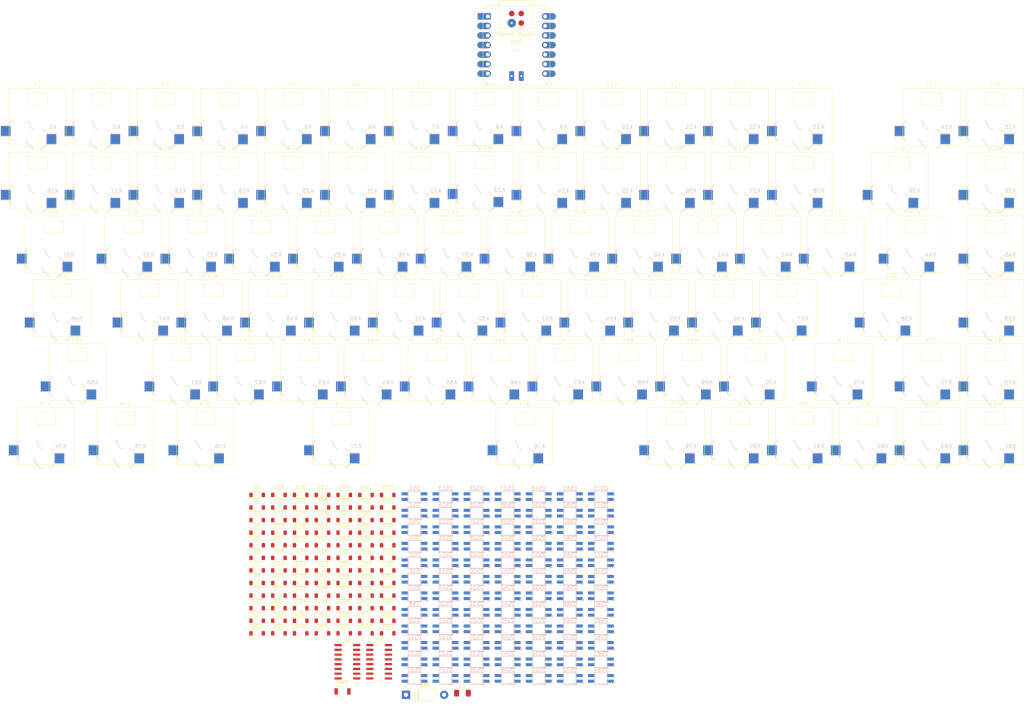
<source format=kicad_pcb>
(kicad_pcb (version 20240108) (generator "pcbnew") (generator_version "8.0")
  (layers (0 "F.Cu" signal) (31 "B.Cu" signal) (34 "B.Paste" user) (35 "F.Paste" user) (36 "B.SilkS" user "B.Silkscreen") (37 "F.SilkS" user "F.Silkscreen") (38 "B.Mask" user) (39 "F.Mask" user) (44 "Edge.Cuts" user))
  (net 0 "")
  (net 1 "row0")
  (net 2 "Net-(D1-A)")
  (net 3 "Net-(D2-A)")
  (net 4 "Net-(D3-A)")
  (net 5 "Net-(D4-A)")
  (net 6 "Net-(D5-A)")
  (net 7 "Net-(D6-A)")
  (net 8 "Net-(D7-A)")
  (net 9 "Net-(D8-A)")
  (net 10 "Net-(D9-A)")
  (net 11 "Net-(D10-A)")
  (net 12 "Net-(D11-A)")
  (net 13 "Net-(D12-A)")
  (net 14 "Net-(D13-A)")
  (net 15 "Net-(D14-A)")
  (net 16 "Net-(D15-A)")
  (net 17 "row1")
  (net 18 "Net-(D16-A)")
  (net 19 "Net-(D17-A)")
  (net 20 "Net-(D18-A)")
  (net 21 "Net-(D19-A)")
  (net 22 "Net-(D20-A)")
  (net 23 "Net-(D21-A)")
  (net 24 "Net-(D22-A)")
  (net 25 "Net-(D23-A)")
  (net 26 "Net-(D24-A)")
  (net 27 "Net-(D25-A)")
  (net 28 "Net-(D26-A)")
  (net 29 "Net-(D27-A)")
  (net 30 "Net-(D28-A)")
  (net 31 "Net-(D29-A)")
  (net 32 "Net-(D30-A)")
  (net 33 "Net-(D31-A)")
  (net 34 "row2")
  (net 35 "Net-(D32-A)")
  (net 36 "Net-(D33-A)")
  (net 37 "Net-(D34-A)")
  (net 38 "Net-(D35-A)")
  (net 39 "Net-(D36-A)")
  (net 40 "Net-(D37-A)")
  (net 41 "Net-(D38-A)")
  (net 42 "Net-(D39-A)")
  (net 43 "Net-(D40-A)")
  (net 44 "Net-(D41-A)")
  (net 45 "Net-(D42-A)")
  (net 46 "Net-(D43-A)")
  (net 47 "Net-(D44-A)")
  (net 48 "Net-(D45-A)")
  (net 49 "row3")
  (net 50 "Net-(D46-A)")
  (net 51 "Net-(D47-A)")
  (net 52 "Net-(D48-A)")
  (net 53 "Net-(D49-A)")
  (net 54 "Net-(D50-A)")
  (net 55 "Net-(D51-A)")
  (net 56 "Net-(D52-A)")
  (net 57 "Net-(D53-A)")
  (net 58 "Net-(D54-A)")
  (net 59 "Net-(D55-A)")
  (net 60 "Net-(D56-A)")
  (net 61 "Net-(D57-A)")
  (net 62 "Net-(D58-A)")
  (net 63 "Net-(D59-A)")
  (net 64 "row4")
  (net 65 "Net-(D60-A)")
  (net 66 "Net-(D61-A)")
  (net 67 "Net-(D62-A)")
  (net 68 "Net-(D63-A)")
  (net 69 "Net-(D64-A)")
  (net 70 "Net-(D65-A)")
  (net 71 "Net-(D66-A)")
  (net 72 "Net-(D67-A)")
  (net 73 "Net-(D68-A)")
  (net 74 "Net-(D69-A)")
  (net 75 "Net-(D70-A)")
  (net 76 "Net-(D71-A)")
  (net 77 "Net-(D72-A)")
  (net 78 "Net-(D73-A)")
  (net 79 "row5")
  (net 80 "Net-(D74-A)")
  (net 81 "Net-(D75-A)")
  (net 82 "Net-(D76-A)")
  (net 83 "Net-(D77-A)")
  (net 84 "Net-(D78-A)")
  (net 85 "Net-(D79-A)")
  (net 86 "Net-(D80-A)")
  (net 87 "Net-(D81-A)")
  (net 88 "Net-(D82-A)")
  (net 89 "Net-(D83-A)")
  (net 90 "Net-(D84-A)")
  (net 91 "col0")
  (net 92 "col1")
  (net 93 "col2")
  (net 94 "col3")
  (net 95 "col4")
  (net 96 "col5")
  (net 97 "col6")
  (net 98 "col7")
  (net 99 "col8")
  (net 100 "col9")
  (net 101 "col10")
  (net 102 "col11")
  (net 103 "col12")
  (net 104 "col13")
  (net 105 "col14")
  (net 106 "GND")
  (net 107 "RST")
  (net 108 "Net-(U1-D7)")
  (net 109 "Vcc")
  (net 111 "Net-(U1-SDO_D10)")
  (net 112 "+5V")
  (net 113 "Net-(D85-K)")
  (net 115 "Net-(U1-SCK_D8)")
  (net 118 "Net-(U2-QH')")
  (net 121 "glow0")
  (net 122 "Net-(DS1-DOUT)")
  (net 123 "Net-(DS2-DOUT)")
  (net 124 "Net-(DS3-DOUT)")
  (net 125 "Net-(DS4-DOUT)")
  (net 126 "Net-(DS5-DOUT)")
  (net 127 "Net-(DS6-DOUT)")
  (net 128 "Net-(DS7-DOUT)")
  (net 129 "Net-(DS8-DOUT)")
  (net 130 "Net-(DS10-DIN)")
  (net 131 "Net-(DS10-DOUT)")
  (net 132 "Net-(DS11-DOUT)")
  (net 133 "Net-(DS12-DOUT)")
  (net 134 "Net-(DS13-DOUT)")
  (net 135 "Net-(DS14-DOUT)")
  (net 136 "strip0")
  (net 137 "Net-(DS16-DOUT)")
  (net 138 "Net-(DS17-DOUT)")
  (net 139 "Net-(DS18-DOUT)")
  (net 140 "Net-(DS19-DOUT)")
  (net 141 "Net-(DS20-DOUT)")
  (net 142 "Net-(DS21-DOUT)")
  (net 143 "Net-(DS22-DOUT)")
  (net 144 "Net-(DS23-DOUT)")
  (net 145 "Net-(DS24-DOUT)")
  (net 146 "Net-(DS25-DOUT)")
  (net 147 "Net-(DS26-DOUT)")
  (net 148 "Net-(DS27-DOUT)")
  (net 149 "Net-(DS28-DOUT)")
  (net 150 "Net-(DS29-DOUT)")
  (net 151 "strip1")
  (net 152 "Net-(DS31-DOUT)")
  (net 153 "Net-(DS32-DOUT)")
  (net 154 "Net-(DS33-DOUT)")
  (net 155 "Net-(DS34-DOUT)")
  (net 156 "Net-(DS35-DOUT)")
  (net 157 "Net-(DS36-DOUT)")
  (net 158 "Net-(DS37-DOUT)")
  (net 159 "Net-(DS38-DOUT)")
  (net 160 "Net-(DS39-DOUT)")
  (net 161 "Net-(DS40-DOUT)")
  (net 162 "Net-(DS41-DOUT)")
  (net 163 "Net-(DS42-DOUT)")
  (net 164 "Net-(DS43-DOUT)")
  (net 165 "Net-(DS44-DOUT)")
  (net 166 "strip2")
  (net 167 "Net-(DS46-DOUT)")
  (net 168 "Net-(DS47-DOUT)")
  (net 169 "Net-(DS48-DOUT)")
  (net 170 "Net-(DS49-DOUT)")
  (net 171 "Net-(DS50-DOUT)")
  (net 172 "Net-(DS51-DOUT)")
  (net 173 "Net-(DS52-DOUT)")
  (net 174 "Net-(DS53-DOUT)")
  (net 175 "Net-(DS54-DOUT)")
  (net 176 "Net-(DS55-DOUT)")
  (net 177 "Net-(DS56-DOUT)")
  (net 178 "Net-(DS57-DOUT)")
  (net 179 "Net-(DS58-DOUT)")
  (net 180 "strip3")
  (net 181 "Net-(DS60-DOUT)")
  (net 182 "Net-(DS61-DOUT)")
  (net 183 "Net-(DS62-DOUT)")
  (net 184 "Net-(DS63-DOUT)")
  (net 185 "Net-(DS64-DOUT)")
  (net 186 "Net-(DS65-DOUT)")
  (net 187 "Net-(DS66-DOUT)")
  (net 188 "Net-(DS67-DOUT)")
  (net 189 "Net-(DS68-DOUT)")
  (net 190 "Net-(DS69-DOUT)")
  (net 191 "Net-(DS70-DOUT)")
  (net 192 "Net-(DS71-DOUT)")
  (net 193 "Net-(DS72-DOUT)")
  (net 194 "strip4")
  (net 195 "Net-(DS74-DOUT)")
  (net 196 "Net-(DS75-DOUT)")
  (net 197 "Net-(DS76-DOUT)")
  (net 198 "Net-(DS77-DOUT)")
  (net 199 "Net-(DS78-DOUT)")
  (net 200 "Net-(DS79-DOUT)")
  (net 201 "Net-(DS80-DOUT)")
  (net 202 "Net-(DS81-DOUT)")
  (net 203 "Net-(DS82-DOUT)")
  (net 204 "Net-(DS83-DOUT)")
  (footprint "keyboard_parts:LED_RGB_SK6812Mini-E" (layer "F.Cu") (at 146.405 192.03)
    (property "Reference" "DS48")
    (property "Value" "SK6812-E")
    (fp_rect (start -1.6 -1.4) (end 1.6 1.4) (stroke (width 0.1)) (fill none) (layer "Edge.Cuts"))
  )
  (footprint "keyboard_parts:LED_RGB_SK6812Mini-E" (layer "F.Cu") (at 154.68 156.83)
    (property "Reference" "DS52")
    (property "Value" "SK6812-E")
    (fp_rect (start -1.6 -1.4) (end 1.6 1.4) (stroke (width 0.1)) (fill none) (layer "Edge.Cuts"))
  )
  (footprint "keyboard_parts:LED_RGB_SK6812Mini-E" (layer "F.Cu") (at 154.68 152.43)
    (property "Reference" "DS51")
    (property "Value" "SK6812-E")
    (fp_rect (start -1.6 -1.4) (end 1.6 1.4) (stroke (width 0.1)) (fill none) (layer "Edge.Cuts"))
  )
  (footprint "keyboard_parts:Socket_PG1350_Hotswap" (layer "F.Cu") (at 225.25 42.5)
    (property "Reference" "K13")
    (property "Value" "PG1350")
  )
  (footprint "keyboard_parts:LED_RGB_SK6812Mini-E" (layer "F.Cu") (at 171.23 161.23)
    (property "Reference" "DS77")
    (property "Value" "SK6812-E")
    (fp_rect (start -1.6 -1.4) (end 1.6 1.4) (stroke (width 0.1)) (fill none) (layer "Edge.Cuts"))
  )
  (footprint "Diode_SMD:D_SOD-123" (layer "F.Cu") (at 85.495 153.23)
    (property "Reference" "D16")
    (property "Value" "D")
  )
  (footprint "keyboard_parts:LED_RGB_SK6812Mini-E" (layer "F.Cu") (at 162.955 165.63)
    (property "Reference" "DS66")
    (property "Value" "SK6812-E")
    (fp_rect (start -1.6 -1.4) (end 1.6 1.4) (stroke (width 0.1)) (fill none) (layer "Edge.Cuts"))
  )
  (footprint "keyboard_parts:Socket_PG1350_Hotswap" (layer "F.Cu") (at 89.25 42.5)
    (property "Reference" "K5")
    (property "Value" "PG1350")
  )
  (footprint "keyboard_parts:LED_RGB_SK6812Mini-E" (layer "F.Cu") (at 162.955 148.03)
    (property "Reference" "DS62")
    (property "Value" "SK6812-E")
    (fp_rect (start -1.6 -1.4) (end 1.6 1.4) (stroke (width 0.1)) (fill none) (layer "Edge.Cuts"))
  )
  (footprint "keyboard_parts:Socket_PG1350_Hotswap" (layer "F.Cu") (at 174.25 42.5)
    (property "Reference" "K10")
    (property "Value" "PG1350")
  )
  (footprint "keyboard_parts:Socket_PG1350_Hotswap" (layer "F.Cu") (at 59.5 110.5)
    (property "Reference" "K61")
    (property "Value" "PG1350")
  )
  (footprint "keyboard_parts:Socket_PG1350_Hotswap" (layer "F.Cu") (at 38.25 59.5)
    (property "Reference" "K17")
    (property "Value" "PG1350")
  )
  (footprint "keyboard_parts:Socket_PG1350_Hotswap" (layer "F.Cu") (at 27.625 93.5)
    (property "Reference" "K46")
    (property "Value" "PG1350")
  )
  (footprint "keyboard_parts:Socket_PG1350_Hotswap" (layer "F.Cu") (at 178.5 110.5)
    (property "Reference" "K68")
    (property "Value" "PG1350")
  )
  (footprint "Diode_SMD:D_SOD-123" (layer "F.Cu") (at 97.085 176.68)
    (property "Reference" "D47")
    (property "Value" "D")
  )
  (footprint "keyboard_parts:LED_RGB_SK6812Mini-E" (layer "F.Cu") (at 121.58 143.63)
    (property "Reference" "DS1")
    (property "Value" "SK6812-E")
    (fp_rect (start -1.6 -1.4) (end 1.6 1.4) (stroke (width 0.1)) (fill none) (layer "Edge.Cuts"))
  )
  (footprint "keyboard_parts:LED_RGB_SK6812Mini-E" (layer "F.Cu") (at 171.23 178.83)
    (property "Reference" "DS81")
    (property "Value" "SK6812-E")
    (fp_rect (start -1.6 -1.4) (end 1.6 1.4) (stroke (width 0.1)) (fill none) (layer "Edge.Cuts"))
  )
  (footprint "Diode_SMD:D_SOD-123" (layer "F.Cu") (at 85.495 180.03)
    (property "Reference" "D24")
    (property "Value" "D")
  )
  (footprint "keyboard_parts:Socket_PG1350_Hotswap" (layer "F.Cu") (at 157.25 42.5)
    (property "Reference" "K9")
    (property "Value" "PG1350")
  )
  (footprint "Diode_SMD:D_SOD-123" (layer "F.Cu") (at 79.7 173.33)
    (property "Reference" "D10")
    (property "Value" "D")
  )
  (footprint "keyboard_parts:LED_RGB_SK6812Mini-E" (layer "F.Cu") (at 171.23 156.83)
    (property "Reference" "DS76")
    (property "Value" "SK6812-E")
    (fp_rect (start -1.6 -1.4) (end 1.6 1.4) (stroke (width 0.1)) (fill none) (layer "Edge.Cuts"))
  )
  (footprint "keyboard_parts:Socket_PG1350_Hotswap" (layer "F.Cu") (at 157.25 59.5)
    (property "Reference" "K24")
    (property "Value" "PG1350")
  )
  (footprint "keyboard_parts:LED_RGB_SK6812Mini-E" (layer "F.Cu") (at 138.13 178.83)
    (property "Reference" "DS33")
    (property "Value" "SK6812-E")
    (fp_rect (start -1.6 -1.4) (end 1.6 1.4) (stroke (width 0.1)) (fill none) (layer "Edge.Cuts"))
  )
  (footprint "keyboard_parts:LED_RGB_SK6812Mini-E" (layer "F.Cu") (at 154.68 178.83)
    (property "Reference" "DS57")
    (property "Value" "SK6812-E")
    (fp_rect (start -1.6 -1.4) (end 1.6 1.4) (stroke (width 0.1)) (fill none) (layer "Edge.Cuts"))
  )
  (footprint "keyboard_parts:Socket_PG1350_Hotswap" (layer "F.Cu") (at 161.5 110.5)
    (property "Reference" "K67")
    (property "Value" "PG1350")
  )
  (footprint "keyboard_parts:Socket_PG1350_Hotswap" (layer "F.Cu") (at 195.5 110.5)
    (property "Reference" "K69")
    (property "Value" "PG1350")
  )
  (footprint "keyboard_parts:Socket_PG1350_Hotswap" (layer "F.Cu") (at 276.25 93.5)
    (property "Reference" "K59")
    (property "Value" "PG1350")
  )
  (footprint "Diode_SMD:D_SOD-123" (layer "F.Cu") (at 91.29 169.98)
    (property "Reference" "D33")
    (property "Value" "D")
  )
  (footprint "Diode_SMD:D_SOD-123" (layer "F.Cu") (at 91.29 153.23)
    (property "Reference" "D28")
    (property "Value" "D")
  )
  (footprint "Diode_SMD:D_SOD-123" (layer "F.Cu") (at 97.085 166.63)
    (property "Reference" "D44")
    (property "Value" "D")
  )
  (footprint "keyboard_parts:LED_RGB_SK6812Mini-E" (layer "F.Cu") (at 129.855 183.23)
    (property "Reference" "DS22")
    (property "Value" "SK6812-E")
    (fp_rect (start -1.6 -1.4) (end 1.6 1.4) (stroke (width 0.1)) (fill none) (layer "Edge.Cuts"))
  )
  (footprint "keyboard_parts:Socket_PG1350_Hotswap" (layer "F.Cu") (at 23.375 127.5)
    (property "Reference" "K74")
    (property "Value" "PG1350")
  )
  (footprint "Diode_SMD:D_SOD-123" (layer "F.Cu") (at 97.085 180.03)
    (property "Reference" "D48")
    (property "Value" "D")
  )
  (footprint "keyboard_parts:LED_RGB_SK6812Mini-E" (layer "F.Cu") (at 138.13 165.63)
    (property "Reference" "DS30")
    (property "Value" "SK6812-E")
    (fp_rect (start -1.6 -1.4) (end 1.6 1.4) (stroke (width 0.1)) (fill none) (layer "Edge.Cuts"))
  )
  (footprint "keyboard_parts:LED_RGB_SK6812Mini-E" (layer "F.Cu") (at 171.23 143.63)
    (property "Reference" "DS73")
    (property "Value" "SK6812-E")
    (fp_rect (start -1.6 -1.4) (end 1.6 1.4) (stroke (width 0.1)) (fill none) (layer "Edge.Cuts"))
  )
  (footprint "keyboard_parts:Socket_PG1350_Hotswap" (layer "F.Cu") (at 248.625 93.5)
    (property "Reference" "K58")
    (property "Value" "PG1350")
  )
  (footprint "Diode_SMD:D_SOD-123" (layer "F.Cu") (at 114.47 166.63)
    (property "Reference" "D80")
    (property "Value" "D")
  )
  (footprint "keyboard_parts:LED_RGB_SK6812Mini-E" (layer "F.Cu") (at 138.13 156.83)
    (property "Reference" "DS28")
    (property "Value" "SK6812-E")
    (fp_rect (start -1.6 -1.4) (end 1.6 1.4) (stroke (width 0.1)) (fill none) (layer "Edge.Cuts"))
  )
  (footprint "keyboard_parts:Socket_PG1350_Hotswap" (layer "F.Cu") (at 250.75 59.5)
    (property "Reference" "K29")
    (property "Value" "PG1350")
  )
  (footprint "keyboard_parts:Socket_PG1350_Hotswap" (layer "F.Cu") (at 106.25 42.5)
    (property "Reference" "K6")
    (property "Value" "PG1350")
  )
  (footprint "keyboard_parts:Socket_PG1350_Hotswap" (layer "F.Cu") (at 106.25 59.5)
    (property "Reference" "K21")
    (property "Value" "PG1350")
  )
  (footprint "keyboard_parts:Socket_PG1350_Hotswap" (layer "F.Cu") (at 102 93.5)
    (property "Reference" "K50")
    (property "Value" "PG1350")
  )
  (footprint "Diode_SMD:D_SOD-123" (layer "F.Cu") (at 102.88 153.23)
    (property "Reference" "D52")
    (property "Value" "D")
  )
  (footprint "keyboard_parts:Socket_PG1350_Hotswap" (layer "F.Cu") (at 233.75 76.5)
    (property "Reference" "K43")
    (property "Value" "PG1350")
  )
  (footprint "keyboard_parts:LED_RGB_SK6812Mini-E" (layer "F.Cu") (at 129.855 148.03)
    (property "Reference" "DS14")
    (property "Value" "SK6812-E")
    (fp_rect (start -1.6 -1.4) (end 1.6 1.4) (stroke (width 0.1)) (fill none) (layer "Edge.Cuts"))
  )
  (footprint "keyboard_parts:Socket_PG1350_Hotswap" (layer "F.Cu") (at 148.75 76.5)
    (property "Reference" "K38")
    (property "Value" "PG1350")
  )
  (footprint "keyboard_parts:LED_RGB_SK6812Mini-E" (layer "F.Cu") (at 121.58 187.63)
    (property "Reference" "DS11")
    (property "Value" "SK6812-E")
    (fp_rect (start -1.6 -1.4) (end 1.6 1.4) (stroke (width 0.1)) (fill none) (layer "Edge.Cuts"))
  )
  (footprint "keyboard_parts:Socket_PG1350_Hotswap" (layer "F.Cu") (at 110.5 110.5)
    (property "Reference" "K64")
    (property "Value" "PG1350")
  )
  (footprint "Diode_SMD:D_SOD-123" (layer "F.Cu") (at 79.7 166.63)
    (property "Reference" "D8")
    (property "Value" "D")
  )
  (footprint "keyboard_parts:Socket_PG1350_Hotswap" (layer "F.Cu") (at 114.75 76.5)
    (property "Reference" "K36")
    (property "Value" "PG1350")
  )
  (footprint "keyboard_parts:Socket_PG1350_Hotswap" (layer "F.Cu") (at 21.25 59.5)
    (property "Reference" "K16")
    (property "Value" "PG1350")
  )
  (footprint "keyboard_parts:LED_RGB_SK6812Mini-E" (layer "F.Cu") (at 129.855 192.03)
    (property "Reference" "DS24")
    (property "Value" "SK6812-E")
    (fp_rect (start -1.6 -1.4) (end 1.6 1.4) (stroke (width 0.1)) (fill none) (layer "Edge.Cuts"))
  )
  (footprint "Diode_SMD:D_SOD-123" (layer "F.Cu") (at 102.88 143.18)
    (property "Reference" "D49")
    (property "Value" "D")
  )
  (footprint "Diode_SMD:D_SOD-123" (layer "F.Cu") (at 108.675 159.93)
    (property "Reference" "D66")
    (property "Value" "D")
  )
  (footprint "Diode_SMD:D_SOD-123" (layer "F.Cu") (at 85.495 159.93)
    (property "Reference" "D18")
    (property "Value" "D")
  )
  (footprint "keyboard_parts:LED_RGB_SK6812Mini-E" (layer "F.Cu") (at 121.58 161.23)
    (property "Reference" "DS5")
    (property "Value" "SK6812-E")
    (fp_rect (start -1.6 -1.4) (end 1.6 1.4) (stroke (width 0.1)) (fill none) (layer "Edge.Cuts"))
  )
  (footprint "Diode_SMD:D_SOD-123" (layer "F.Cu") (at 102.88 176.68)
    (property "Reference" "D59")
    (property "Value" "D")
  )
  (footprint "keyboard_parts:LED_RGB_SK6812Mini-E" (layer "F.Cu") (at 129.855 165.63)
    (property "Reference" "DS18")
    (property "Value" "SK6812-E")
    (fp_rect (start -1.6 -1.4) (end 1.6 1.4) (stroke (width 0.1)) (fill none) (layer "Edge.Cuts"))
  )
  (footprint "keyboard_parts:Socket_PG1350_Hotswap" (layer "F.Cu") (at 123.25 59.5)
    (property "Reference" "K22")
    (property "Value" "PG1350")
  )
  (footprint "Diode_SMD:D_SOD-123" (layer "F.Cu") (at 108.675 169.98)
    (property "Reference" "D69")
    (property "Value" "D")
  )
  (footprint "keyboard_parts:Socket_PG1350_Hotswap" (layer "F.Cu") (at 187 93.5)
    (property "Reference" "K55")
    (property "Value" "PG1350")
  )
  (footprint "keyboard_parts:LED_RGB_SK6812Mini-E" (layer "F.Cu") (at 129.855 187.63)
    (property "Reference" "DS23")
    (property "Value" "SK6812-E")
    (fp_rect (start -1.6 -1.4) (end 1.6 1.4) (stroke (width 0.1)) (fill none) (layer "Edge.Cuts"))
  )
  (footprint "Diode_SMD:D_SOD-123" (layer "F.Cu") (at 102.88 169.98)
    (property "Reference" "D57")
    (property "Value" "D")
  )
  (footprint "keyboard_parts:LED_RGB_SK6812Mini-E" (layer "F.Cu") (at 162.955 178.83)
    (property "Reference" "DS69")
    (property "Value" "SK6812-E")
    (fp_rect (start -1.6 -1.4) (end 1.6 1.4) (stroke (width 0.1)) (fill none) (layer "Edge.Cuts"))
  )
  (footprint "keyboard_parts:Socket_PG1350_Hotswap" (layer "F.Cu") (at 46.75 76.5)
    (property "Reference" "K32")
    (property "Value" "PG1350")
  )
  (footprint "keyboard_parts:LED_RGB_SK6812Mini-E" (layer "F.Cu") (at 154.68 170.03)
    (property "Reference" "DS55")
    (property "Value" "SK6812-E")
    (fp_rect (start -1.6 -1.4) (end 1.6 1.4) (stroke (width 0.1)) (fill none) (layer "Edge.Cuts"))
  )
  (footprint "keyboard_parts:Socket_PG1350_Hotswap" (layer "F.Cu") (at 259.25 127.5)
    (property "Reference" "K83")
    (property "Value" "PG1350")
  )
  (footprint "Diode_SMD:D_SOD-123" (layer "F.Cu") (at 79.7 180.03)
    (property "Reference" "D12")
    (property "Value" "D")
  )
  (footprint "keyboard_parts:LED_RGB_SK6812Mini-E" (layer "F.Cu") (at 129.855 143.63)
    (property "Reference" "DS13")
    (property "Value" "SK6812-E")
    (fp_rect (start -1.6 -1.4) (end 1.6 1.4) (stroke (width 0.1)) (fill none) (layer "Edge.Cuts"))
  )
  (footprint "keyboard_parts:Socket_PG1350_Hotswap" (layer "F.Cu") (at 123.25 42.5)
    (property "Reference" "K7")
    (property "Value" "PG1350")
  )
  (footprint "Diode_SMD:D_SOD-123" (layer "F.Cu") (at 85.495 146.53)
    (property "Reference" "D14")
    (property "Value" "D")
  )
  (footprint "keyboard_parts:LED_RGB_SK6812Mini-E" (layer "F.Cu") (at 154.68 143.63)
    (property "Reference" "DS49")
    (property "Value" "SK6812-E")
    (fp_rect (start -1.6 -1.4) (end 1.6 1.4) (stroke (width 0.1)) (fill none) (layer "Edge.Cuts"))
  )
  (footprint "keyboard_parts:Socket_PG1350_Hotswap" (layer "F.Cu") (at 191.25 42.5)
    (property "Reference" "K11")
    (property "Value" "PG1350")
  )
  (footprint "keyboard_parts:LED_RGB_SK6812Mini-E" (layer "F.Cu") (at 146.405 170.03)
    (property "Reference" "DS43")
    (property "Value" "SK6812-E")
    (fp_rect (start -1.6 -1.4) (end 1.6 1.4) (stroke (width 0.1)) (fill none) (layer "Edge.Cuts"))
  )
  (footprint "keyboard_parts:LED_RGB_SK6812Mini-E" (layer "F.Cu") (at 138.13 174.43)
    (property "Reference" "DS32")
    (property "Value" "SK6812-E")
    (fp_rect (start -1.6 -1.4) (end 1.6 1.4) (stroke (width 0.1)) (fill none) (layer "Edge.Cuts"))
  )
  (footprint "keyboard_parts:Socket_PG1350_Hotswap" (layer "F.Cu") (at 235.875 110.5)
    (property "Reference" "K71")
    (property "Value" "PG1350")
  )
  (footprint "keyboard_parts:Socket_PG1350_Hotswap" (layer "F.Cu") (at 63.75 76.5)
    (property "Reference" "K33")
    (property "Value" "PG1350")
  )
  (footprint "keyboard_parts:LED_RGB_SK6812Mini-E" (layer "F.Cu") (at 146.405 148.03)
    (property "Reference" "DS38")
    (property "Value" "SK6812-E")
    (fp_rect (start -1.6 -1.4) (end 1.6 1.4) (stroke (width 0.1)) (fill none) (layer "Edge.Cuts"))
  )
  (footprint "Diode_SMD:D_SOD-123" (layer "F.Cu") (at 114.47 169.98)
    (property "Reference" "D81")
    (property "Value" "D")
  )
  (footprint "Diode_SMD:D_SOD-123" (layer "F.Cu") (at 91.29 163.28)
    (property "Reference" "D31")
    (property "Value" "D")
  )
  (footprint "keyboard_parts:LED_RGB_SK6812Mini-E" (layer "F.Cu") (at 171.23 174.43)
    (property "Reference" "DS80")
    (property "Value" "SK6812-E")
    (fp_rect (start -1.6 -1.4) (end 1.6 1.4) (stroke (width 0.1)) (fill none) (layer "Edge.Cuts"))
  )
  (footprint "keyboard_parts:LED_RGB_SK6812Mini-E" (layer "F.Cu") (at 162.955 170.03)
    (property "Reference" "DS67")
    (property "Value" "SK6812-E")
    (fp_rect (start -1.6 -1.4) (end 1.6 1.4) (stroke (width 0.1)) (fill none) (layer "Edge.Cuts"))
  )
  (footprint "keyboard_parts:LED_RGB_SK6812Mini-E" (layer "F.Cu") (at 138.13 183.23)
    (property "Reference" "DS34")
    (property "Value" "SK6812-E")
    (fp_rect (start -1.6 -1.4) (end 1.6 1.4) (stroke (width 0.1)) (fill none) (layer "Edge.Cuts"))
  )
  (footprint "keyboard_parts:LED_RGB_SK6812Mini-E" (layer "F.Cu") (at 162.955 156.83)
    (property "Reference" "DS64")
    (property "Value" "SK6812-E")
    (fp_rect (start -1.6 -1.4) (end 1.6 1.4) (stroke (width 0.1)) (fill none) (layer "Edge.Cuts"))
  )
  (footprint "keyboard_parts:Socket_PG1350_Hotswap" (layer "F.Cu") (at 191.25 59.5)
    (property "Reference" "K26")
    (property "Value" "PG1350")
  )
  (footprint "keyboard_parts:Socket_PG1350_Hotswap" (layer "F.Cu") (at 93.5 110.5)
    (property "Reference" "K63")
    (property "Value" "PG1350")
  )
  (footprint "Diode_SMD:D_SOD-123" (layer "F.Cu") (at 79.7 163.28)
    (property "Reference" "D7")
    (property "Value" "D")
  )
  (footprint "keyboard_parts:LED_RGB_SK6812Mini-E" (layer "F.Cu") (at 154.68 192.03)
    (property "Reference" "DS60")
    (property "Value" "SK6812-E")
    (fp_rect (start -1.6 -1.4) (end 1.6 1.4) (stroke (width 0.1)) (fill none) (layer "Edge.Cuts"))
  )
  (footprint "keyboard_parts:LED_RGB_SK6812Mini-E" (layer "F.Cu") (at 121.58 174.43)
    (property "Reference" "DS8")
    (property "Value" "SK6812-E")
    (fp_rect (start -1.6 -1.4) (end 1.6 1.4) (stroke (width 0.1)) (fill none) (layer "Edge.Cuts"))
  )
  (footprint "keyboard_parts:Socket_PG1350_Hotswap" (layer "F.Cu") (at 208.25 59.5)
    (property "Reference" "K27")
    (property "Value" "PG1350")
  )
  (footprint "Diode_SMD:D_SOD-123" (layer "F.Cu") (at 108.675 163.28)
    (property "Reference" "D67")
    (property "Value" "D")
  )
  (footprint "keyboard_parts:LED_RGB_SK6812Mini-E" (layer "F.Cu") (at 154.68 148.03)
    (property "Reference" "DS50")
    (property "Value" "SK6812-E")
    (fp_rect (start -1.6 -1.4) (end 1.6 1.4) (stroke (width 0.1)) (fill none) (layer "Edge.Cuts"))
  )
  (footprint "keyboard_parts:LED_RGB_SK6812Mini-E" (layer "F.Cu") (at 154.68 174.43)
    (property "Reference" "DS56")
    (property "Value" "SK6812-E")
    (fp_rect (start -1.6 -1.4) (end 1.6 1.4) (stroke (width 0.1)) (fill none) (layer "Edge.Cuts"))
  )
  (footprint "Diode_SMD:D_SOD-123" (layer "F.Cu") (at 114.47 173.33)
    (property "Reference" "D82")
    (property "Value" "D")
  )
  (footprint "Diode_SMD:D_SOD-123" (layer "F.Cu") (at 91.29 173.33)
    (property "Reference" "D34")
    (property "Value" "D")
  )
  (footprint "keyboard_parts:LED_RGB_SK6812Mini-E" (layer "F.Cu") (at 154.68 165.63)
    (property "Reference" "DS54")
    (property "Value" "SK6812-E")
    (fp_rect (start -1.6 -1.4) (end 1.6 1.4) (stroke (width 0.1)) (fill none) (layer "Edge.Cuts"))
  )
  (footprint "Diode_SMD:D_SOD-123" (layer "F.Cu") (at 79.7 156.58)
    (property "Reference" "D5")
    (property "Value" "D")
  )
  (footprint "keyboard_parts:LED_RGB_SK6812Mini-E" (layer "F.Cu") (at 154.68 161.23)
    (property "Reference" "DS53")
    (property "Value" "SK6812-E")
    (fp_rect (start -1.6 -1.4) (end 1.6 1.4) (stroke (width 0.1)) (fill none) (layer "Edge.Cuts"))
  )
  (footprint "Diode_SMD:D_SOD-123" (layer "F.Cu") (at 85.495 149.88)
    (property "Reference" "D15")
    (property "Value" "D")
  )
  (footprint "Diode_SMD:D_SOD-123" (layer "F.Cu") (at 102.88 163.28)
    (property "Reference" "D55")
    (property "Value" "D")
  )
  (footprint "Diode_SMD:D_SOD-123" (layer "F.Cu") (at 91.29 176.68)
    (property "Reference" "D35")
    (property "Value" "D")
  )
  (footprint "keyboard_parts:LED_RGB_SK6812Mini-E" (layer "F.Cu") (at 138.13 152.43)
    (property "Reference" "DS27")
    (property "Value" "SK6812-E")
    (fp_rect (start -1.6 -1.4) (end 1.6 1.4) (stroke (width 0.1)) (fill none) (layer "Edge.Cuts"))
  )
  (footprint "Diode_SMD:D_SOD-123" (layer "F.Cu") (at 108.675 176.68)
    (property "Reference" "D71")
    (property "Value" "D")
  )
  (footprint "keyboard_parts:LED_RGB_SK6812Mini-E" (layer "F.Cu") (at 138.13 187.63)
    (property "Reference" "DS35")
    (property "Value" "SK6812-E")
    (fp_rect (start -1.6 -1.4) (end 1.6 1.4) (stroke (width 0.1)) (fill none) (layer "Edge.Cuts"))
  )
  (footprint "Diode_SMD:D_SOD-123" (layer "F.Cu") (at 108.675 149.88)
    (property "Reference" "D63")
    (property "Value" "D")
  )
  (footprint "keyboard_parts:LED_RGB_SK6812Mini-E" (layer "F.Cu") (at 146.405 165.63)
    (property "Reference" "DS42")
    (property "Value" "SK6812-E")
    (fp_rect (start -1.6 -1.4) (end 1.6 1.4) (stroke (width 0.1)) (fill none) (layer "Edge.Cuts"))
  )
  (footprint "keyboard_parts:LED_RGB_SK6812Mini-E" (layer "F.Cu") (at 146.405 187.63)
    (property "Reference" "DS47")
    (property "Value" "SK6812-E")
    (fp_rect (start -1.6 -1.4) (end 1.6 1.4) (stroke (width 0.1)) (fill none) (layer "Edge.Cuts"))
  )
  (footprint "keyboard_parts:LED_RGB_SK6812Mini-E" (layer "F.Cu") (at 146.405 183.23)
    (property "Reference" "DS46")
    (property "Value" "SK6812-E")
    (fp_rect (start -1.6 -1.4) (end 1.6 1.4) (stroke (width 0.1)) (fill none) (layer "Edge.Cuts"))
  )
  (footprint "Diode_SMD:D_SOD-123" (layer "F.Cu") (at 108.675 166.63)
    (property "Reference" "D68")
    (property "Value" "D")
  )
  (footprint "keyboard_parts:Socket_PG1350_Hotswap" (layer "F.Cu") (at 259.25 42.5)
    (property "Reference" "K14")
    (property "Value" "PG1350")
  )
  (footprint "keyboard_parts:Socket_PG1350_Hotswap" (layer "F.Cu") (at 212.5 110.5)
    (property "Reference" "K70")
    (property "Value" "PG1350")
  )
  (footprint "keyboard_parts:Socket_PG1350_Hotswap" (layer "F.Cu") (at 140.25 42.5)
    (property "Reference" "K8")
    (property "Value" "PG1350")
  )
  (footprint "Diode_SMD:D_SOD-123" (layer "F.Cu") (at 114.47 156.58)
    (property "Reference" "D77")
    (property "Value" "D")
  )
  (footprint "keyboard_parts:LED_RGB_SK6812Mini-E" (layer "F.Cu") (at 171.23 170.03)
    (property "Reference" "DS79")
    (property "Value" "SK6812-E")
    (fp_rect (start -1.6 -1.4) (end 1.6 1.4) (stroke (width 0.1)) (fill none) (layer "Edge.Cuts"))
  )
  (footprint "keyboard_parts:Socket_PG1350_Hotswap" (layer "F.Cu") (at 136 93.5)
    (property "Reference" "K52")
    (property "Value" "PG1350")
  )
  (footprint "keyboard_parts:LED_RGB_SK6812Mini-E" (layer "F.Cu") (at 121.58 170.03)
    (property "Reference" "DS7")
    (property "Value" "SK6812-E")
    (fp_rect (start -1.6 -1.4) (end 1.6 1.4) (stroke (width 0.1)) (fill none) (layer "Edge.Cuts"))
  )
  (footprint "keyboard_parts:LED_RGB_SK6812Mini-E" (layer "F.Cu") (at 154.68 183.23)
    (property "Reference" "DS58")
    (property "Value" "SK6812-E")
    (fp_rect (start -1.6 -1.4) (end 1.6 1.4) (stroke (width 0.1)) (fill none) (layer "Edge.Cuts"))
  )
  (footprint "keyboard_parts:Socket_PG1350_Hotswap" (layer "F.Cu") (at 225.25 127.5)
    (property "Reference" "K81")
    (property "Value" "PG1350")
  )
  (footprint "keyboard_parts:LED_RGB_SK6812Mini-E" (layer "F.Cu") (at 129.855 161.23)
    (property "Reference" "DS17")
    (property "Value" "SK6812-E")
    (fp_rect (start -1.6 -1.4) (end 1.6 1.4) (stroke (width 0.1)) (fill none) (layer "Edge.Cuts"))
  )
  (footprint "keyboard_parts:Socket_PG1350_Hotswap" (layer "F.Cu") (at 21.25 42.5)
    (property "Reference" "K1")
    (property "Value" "PG1350")
  )
  (footprint "Diode_SMD:D_SOD-123" (layer "F.Cu") (at 102.88 156.58)
    (property "Reference" "D53")
    (property "Value" "D")
  )
  (footprint "keyboard_parts:LED_RGB_SK6812Mini-E" (layer "F.Cu") (at 171.23 165.63)
    (property "Reference" "DS78")
    (property "Value" "SK6812-E")
    (fp_rect (start -1.6 -1.4) (end 1.6 1.4) (stroke (width 0.1)) (fill none) (layer "Edge.Cuts"))
  )
  (footprint "keyboard_parts:Socket_PG1350_Hotswap" (layer "F.Cu") (at 25.5 76.5)
    (property "Reference" "K31")
    (property "Value" "PG1350")
  )
  (footprint "Diode_SMD:D_SOD-123" (layer "F.Cu") (at 102.88 173.33)
    (property "Reference" "D58")
    (property "Value" "D")
  )
  (footprint "Diode_SMD:D_SOD-123" (layer "F.Cu") (at 114.47 163.28)
    (property "Reference" "D79")
    (property "Value" "D")
  )
  (footprint "keyboard_parts:Socket_PG1350_Hotswap" (layer "F.Cu") (at 72.25 42.55)
    (property "Reference" "K4")
    (property "Value" "PG1350")
  )
  (footprint "Diode_SMD:D_SOD-123" (layer "F.Cu") (at 91.29 146.53)
    (property "Reference" "D26")
    (property "Value" "D")
  )
  (footprint "Package_SO:SOIC-16_3.9x9.9mm_P1.27mm" (layer "F.Cu") (at 112.175 187.6)
    (property "Reference" "U3")
    (property "Value" "74HC595")
  )
  (footprint "Diode_SMD:D_SOD-123" (layer "F.Cu") (at 85.495 176.68)
    (property "Reference" "D23")
    (property "Value" "D")
  )
  (footprint "Diode_SMD:D_SOD-123" (layer "F.Cu") (at 85.495 143.18)
    (property "Reference" "D13")
    (property "Value" "D")
  )
  (footprint "keyboard_parts:LED_RGB_SK6812Mini-E" (layer "F.Cu") (at 171.23 148.03)
    (property "Reference" "DS74")
    (property "Value" "SK6812-E")
    (fp_rect (start -1.6 -1.4) (end 1.6 1.4) (stroke (width 0.1)) (fill none) (layer "Edge.Cuts"))
  )
  (footprint "keyboard_parts:Socket_PG1350_Hotswap" (layer "F.Cu") (at 204 93.5)
    (property "Reference" "K56")
    (property "Value" "PG1350")
  )
  (footprint "Diode_SMD:D_SOD-123" (layer "F.Cu") (at 85.495 156.58)
    (property "Reference" "D17")
    (property "Value" "D")
  )
  (footprint "Diode_SMD:D_SOD-123" (layer "F.Cu") (at 79.7 143.18)
    (property "Reference" "D1")
    (property "Value" "D")
  )
  (footprint "keyboard_parts:LED_RGB_SK6812Mini-E" (layer "F.Cu") (at 146.405 178.83)
    (property "Reference" "DS45")
    (property "Value" "SK6812-E")
    (fp_rect (start -1.6 -1.4) (end 1.6 1.4) (stroke (width 0.1)) (fill none) (layer "Edge.Cuts"))
  )
  (footprint "keyboard_parts:Socket_PG1350_Hotswap" (layer "F.Cu") (at 225.25 59.5)
    (property "Reference" "K28")
    (property "Value" "PG1350")
  )
  (footprint "Diode_SMD:D_SOD-123" (layer "F.Cu") (at 97.085 156.58)
    (property "Reference" "D41")
    (property "Value" "D")
  )
  (footprint "Diode_SMD:D_SOD-123" (layer "F.Cu") (at 108.675 156.58)
    (property "Reference" "D65")
    (property "Value" "D")
  )
  (footprint "Diode_SMD:D_SOD-123" (layer "F.Cu") (at 85.495 169.98)
    (property "Reference" "D21")
    (property "Value" "D")
  )
  (footprint "keyboard_parts:LED_RGB_SK6812Mini-E" (layer "F.Cu") (at 162.955 161.23)
    (property "Reference" "DS65")
    (property "Value" "SK6812-E")
    (fp_rect (start -1.6 -1.4) (end 1.6 1.4) (stroke (width 0.1)) (fill none) (layer "Edge.Cuts"))
  )
  (footprint "keyboard_parts:Socket_PG1350_Hotswap" (layer "F.Cu") (at 150.875 127.5)
    (property "Reference" "K78")
    (property "Value" "PG1350")
  )
  (footprint "Diode_SMD:D_SOD-123" (layer "F.Cu") (at 97.085 146.53)
    (property "Reference" "D38")
    (property "Value" "D")
  )
  (footprint "keyboard_parts:LED_RGB_SK6812Mini-E" (layer "F.Cu") (at 129.855 156.83)
    (property "Reference" "DS16")
    (property "Value" "SK6812-E")
    (fp_rect (start -1.6 -1.4) (end 1.6 1.4) (stroke (width 0.1)) (fill none) (layer "Edge.Cuts"))
  )
  (footprint "keyboard_parts:LED_RGB_SK6812Mini-E" (layer "F.Cu") (at 129.855 170.03)
    (property "Reference" "DS19")
    (property "Value" "SK6812-E")
    (fp_rect (start -1.6 -1.4) (end 1.6 1.4) (stroke (width 0.1)) (fill none) (layer "Edge.Cuts"))
  )
  (footprint "Capacitor_SMD:C_1206_3216Metric_Pad1.33x1.80mm_HandSolder" (layer "F.Cu") (at 134.37 195.955)
    (property "Reference" "C1")
    (property "Value" "C")
  )
  (footprint "keyboard_parts:Socket_PG1350_Hotswap" (layer "F.Cu") (at 44.625 127.5)
    (property "Reference" "K75")
    (property "Value" "PG1350")
  )
  (footprint "keyboard_parts:Socket_PG1350_Hotswap" (layer "F.Cu") (at 242.25 127.5)
    (property "Reference" "K82")
    (property "Value" "PG1350")
  )
  (footprint "keyboard_parts:Socket_PG1350_Hotswap" (layer "F.Cu") (at 119 93.5)
    (property "Reference" "K51")
    (property "Value" "PG1350")
  )
  (footprint "keyboard_parts:Socket_PG1350_Hotswap" (layer "F.Cu") (at 72.25 59.5)
    (property "Reference" "K19")
    (property "Value" "PG1350")
  )
  (footprint "keyboard_parts:LED_RGB_SK6812Mini-E" (layer "F.Cu") (at 162.955 192.03)
    (property "Reference" "DS72")
    (property "Value" "SK6812-E")
    (fp_rect (start -1.6 -1.4) (end 1.6 1.4) (stroke (width 0.1)) (fill none) (layer "Edge.Cuts"))
  )
  (footprint "keyboard_parts:LED_RGB_SK6812Mini-E" (layer "F.Cu") (at 171.23 187.63)
    (property "Reference" "DS83")
    (property "Value" "SK6812-E")
    (fp_rect (start -1.6 -1.4) (end 1.6 1.4) (stroke (width 0.1)) (fill none) (layer "Edge.Cuts"))
  )
  (footprint "keyboard_parts:Socket_PG1350_Hotswap" (layer "F.Cu") (at 216.75 76.5)
    (property "Reference" "K42")
    (property "Value" "PG1350")
  )
  (footprint "keyboard_parts:Socket_PG1350_Hotswap" (layer "F.Cu") (at 144.5 110.5)
    (property "Reference" "K66")
    (property "Value" "PG1350")
  )
  (footprint "keyboard_parts:Socket_PG1350_Hotswap" (layer "F.Cu") (at 208.25 42.5)
    (property "Reference" "K12")
    (property "Value" "PG1350")
  )
  (footprint "keyboard_parts:Socket_PG1350_Hotswap" (layer "F.Cu") (at 55.25 59.5)
    (property "Reference" "K18")
    (property "Value" "PG1350")
  )
  (footprint "Diode_SMD:D_SOD-123" (layer "F.Cu") (at 91.29 149.88)
    (property "Reference" "D27")
    (property "Value" "D")
  )
  (footprint "Diode_SMD:D_SOD-123" (layer "F.Cu") (at 102.88 159.93)
    (property "Reference" "D54")
    (property "Value" "D")
  )
  (footprint "keyboard_parts:LED_RGB_SK6812Mini-E" (layer "F.Cu") (at 138.13 148.03)
    (property "Reference" "DS26")
    (property "Value" "SK6812-E")
    (fp_rect (start -1.6 -1.4) (end 1.6 1.4) (stroke (width 0.1)) (fill none) (layer "Edge.Cuts"))
  )
  (footprint "keyboard_parts:Socket_PG1350_Hotswap" (layer "F.Cu") (at 102 127.5)
    (property "Reference" "K77")
    (property "Value" "PG1350")
  )
  (footprint "keyboard_parts:Socket_PG1350_Hotswap" (layer "F.Cu") (at 170 93.5)
    (property "Reference" "K54")
    (property "Value" "PG1350")
  )
  (footprint "keyboard_parts:Socket_PG1350_Hotswap" (layer "F.Cu") (at 276.25 59.5)
    (property "Reference" "K30")
    (property "Value" "PG1350")
  )
  (footprint "Diode_SMD:D_SOD-123" (layer "F.Cu") (at 97.085 149.88)
    (property "Reference" "D39")
    (property "Value" "D")
  )
  (footprint "Diode_SMD:D_SOD-123" (layer "F.Cu") (at 97.085 159.93)
    (property "Reference" "D42")
    (property "Value" "D")
  )
  (footprint "Diode_SMD:D_SOD-123" (layer "F.Cu") (at 97.085 163.28)
    (property "Reference" "D43")
    (property "Value" "D")
  )
  (footprint "Diode_THT:D_DO-41_SOD81_P10.16mm_Horizontal" (layer "F.Cu") (at 119.33 196.405)
    (property "Reference" "D85")
    (property "Value" "1N4001")
  )
  (footprint "Diode_SMD:D_SOD-123" (layer "F.Cu") (at 97.085 169.98)
    (property "Reference" "D45")
    (property "Value" "D")
  )
  (footprint "keyboard_parts:LED_RGB_SK6812Mini-E" (layer "F.Cu") (at 146.405 143.63)
    (property "Reference" "DS37")
    (property "Value" "SK6812-E")
    (fp_rect (start -1.6 -1.4) (end 1.6 1.4) (stroke (width 0.1)) (fill none) (layer "Edge.Cuts"))
  )
  (footprint "keyboard_parts:LED_RGB_SK6812Mini-E" (layer "F.Cu") (at 162.955 183.23)
    (property "Reference" "DS70")
    (property "Value" "SK6812-E")
    (fp_rect (start -1.6 -1.4) (end 1.6 1.4) (stroke (width 0.1)) (fill none) (layer "Edge.Cuts"))
  )
  (footprint "keyboard_parts:Socket_PG1350_Hotswap" (layer "F.Cu") (at 182.75 76.5)
    (property "Reference" "K40")
    (property "Value" "PG1350")
  )
  (footprint "keyboard_parts:LED_RGB_SK6812Mini-E" (layer "F.Cu") (at 162.955 143.63)
    (property "Reference" "DS61")
    (property "Value" "SK6812-E")
    (fp_rect (start -1.6 -1.4) (end 1.6 1.4) (stroke (width 0.1)) (fill none) (layer "Edge.Cuts"))
  )
  (footprint "Diode_SMD:D_SOD-123" (layer "F.Cu") (at 79.7 149.88)
    (property "Reference" "D3")
    (property "Value" "D")
  )
  (footprint "keyboard_parts:Socket_PG1350_Hotswap" (layer "F.Cu") (at 31.875 110.5)
    (property "Reference" "K60")
    (property "Value" "PG1350")
  )
  (footprint "keyboard_parts:Socket_PG1350_Hotswap" (layer "F.Cu") (at 127.5 110.5)
    (property "Reference" "K65")
    (property "Value" "PG1350")
  )
  (footprint "keyboard_parts:Socket_PG1350_Hotswap" (layer "F.Cu") (at 174.25 59.5)
    (property "Reference" "K25")
    (property "Value" "PG1350")
  )
  (footprint "keyboard_parts:LED_RGB_SK6812Mini-E" (layer "F.Cu") (at 154.68 187.63)
    (property "Reference" "DS59")
    (property "Value" "SK6812-E")
    (fp_rect (start -1.6 -1.4) (end 1.6 1.4) (stroke (width 0.1)) (fill none) (layer "Edge.Cuts"))
  )
  (footprint "keyboard_parts:Socket_PG1350_Hotswap" (layer "F.Cu") (at 221 93.5)
    (property "Reference" "K57")
    (property "Value" "PG1350")
  )
  (footprint "Diode_SMD:D_SOD-123" (layer "F.Cu") (at 102.88 180.03)
    (property "Reference" "D60")
    (property "Value" "D")
  )
  (footprint "keyboard_parts:Socket_PG1350_Hotswap" (layer "F.Cu") (at 80.75 76.5)
    (property "Reference" "K34")
    (property "Value" "PG1350")
  )
  (footprint "keyboard_parts:Socket_PG1350_Hotswap" (layer "F.Cu") (at 68 93.5)
    (property "Reference" "K48")
    (property "Value" "PG1350")
  )
  (footprint "keyboard_parts:Socket_PG1350_Hotswap" (layer "F.Cu") (at 276.25 110.5)
    (property "Reference" "K73")
    (property "Value" "PG1350")
  )
  (footprint "Diode_SMD:D_SOD-123" (layer "F.Cu") (at 91.29 159.93)
    (property "Reference" "D30")
    (property "Value" "D")
  )
  (footprint "keyboard_parts:LED_RGB_SK6812Mini-E" (layer "F.Cu") (at 171.23 152.43)
    (property "Reference" "DS75")
    (property "Value" "SK6812-E")
    (fp_rect (start -1.6 -1.4) (end 1.6 1.4) (stroke (width 0.1)) (fill none) (layer "Edge.Cuts"))
  )
  (footprint "keyboard_parts:LED_RGB_SK6812Mini-E" (layer "F.Cu") (at 162.955 187.63)
    (property "Reference" "DS71")
    (property "Value" "SK6812-E")
    (fp_rect (start -1.6 -1.4) (end 1.6 1.4) (stroke (width 0.1)) (fill none) (layer "Edge.Cuts"))
  )
  (footprint "keyboard_parts:LED_RGB_SK6812Mini-E" (layer "F.Cu") (at 121.58 192.03)
    (property "Reference" "DS12")
    (property "Value" "SK6812-E")
    (fp_rect (start -1.6 -1.4) (end 1.6 1.4) (stroke (width 0.1)) (fill none) (layer "Edge.Cuts"))
  )
  (footprint "keyboard_parts:LED_RGB_SK6812Mini-E" (layer "F.Cu") (at 146.405 152.43)
    (property "Reference" "DS39")
    (property "Value" "SK6812-E")
    (fp_rect (start -1.6 -1.4) (end 1.6 1.4) (stroke (width 0.1)) (fill none) (layer "Edge.Cuts"))
  )
  (footprint "keyboard_parts:Socket_PG1350_Hotswap" (layer "F.Cu") (at 276.25 42.5)
    (property "Reference" "K15")
    (property "Value" "PG1350")
  )
  (footprint "keyboard_parts:LED_RGB_SK6812Mini-E" (layer "F.Cu") (at 129.855 174.43)
    (property "Reference" "DS20")
    (property "Value" "SK6812-E")
    (fp_rect (start -1.6 -1.4) (end 1.6 1.4) (stroke (width 0.1)) (fill none) (layer "Edge.Cuts"))
  )
  (footprint "Diode_SMD:D_SOD-123" (layer "F.Cu") (at 102.88 149.88)
    (property "Reference" "D51")
    (property "Value" "D")
  )
  (footprint "keyboard_parts:LED_RGB_SK6812Mini-E" (layer "F.Cu") (at 121.58 178.83)
    (property "Reference" "DS9")
    (property "Value" "SK6812-E")
    (fp_rect (start -1.6 -1.4) (end 1.6 1.4) (stroke (width 0.1)) (fill none) (layer "Edge.Cuts"))
  )
  (footprint "keyboard_parts:Socket_PG1350_Hotswap" (layer "F.Cu") (at 89.25 59.5)
    (property "Reference" "K20")
    (property "Value" "PG1350")
  )
  (footprint "Diode_SMD:D_SOD-123" (layer "F.Cu") (at 79.7 169.98)
    (property "Reference" "D9")
    (property "Value" "D")
  )
  (footprint "keyboard_parts:Socket_PG1350_Hotswap" (layer "F.Cu") (at 276.25 127.5)
    (property "Reference" "K84")
    (property "Value" "PG1350")
  )
  (footprint "Diode_SMD:D_SOD-123" (layer "F.Cu") (at 85.495 163.28)
    (property "Reference" "D19")
    (property "Value" "D")
  )
  (footprint "Diode_SMD:D_SOD-123" (layer "F.Cu") (at 79.7 159.93)
    (property "Reference" "D6")
    (property "Value" "D")
  )
  (footprint "Diode_SMD:D_SOD-123" (layer "F.Cu") (at 91.29 156.58)
    (property "Reference" "D29")
    (property "Value" "D")
  )
  (footprint "keyboard_parts:LED_RGB_SK6812Mini-E" (layer "F.Cu") (at 171.23 183.23)
    (property "Reference" "DS82")
    (property "Value" "SK6812-E")
    (fp_rect (start -1.6 -1.4) (end 1.6 1.4) (stroke (width 0.1)) (fill none) (layer "Edge.Cuts"))
  )
  (footprint "Diode_SMD:D_SOD-123" (layer "F.Cu") (at 79.7 146.53)
    (property "Reference" "D2")
    (property "Value" "D")
  )
  (footprint "keyboard_parts:Socket_PG1350_Hotswap" (layer "F.Cu") (at 153 93.5)
    (property "Reference" "K53")
    (property "Value" "PG1350")
  )
  (footprint "keyboard_parts:Socket_PG1350_Hotswap" (layer "F.Cu") (at 199.75 76.5)
    (property "Reference" "K41")
    (property "Value" "PG1350")
  )
  (footprint "Diode_SMD:D_SOD-123" (layer "F.Cu") (at 79.7 176.68)
    (property "Reference" "D11")
    (property "Value" "D")
  )
  (footprint "Diode_SMD:D_SOD-123" (layer "F.Cu") (at 114.47 176.68)
    (property "Reference" "D83")
    (property "Value" "D")
  )
  (footprint "keyboard_parts:Socket_PG1350_Hotswap" (layer "F.Cu") (at 191.25 127.5)
    (property "Reference" "K79")
    (property "Value" "PG1350")
  )
  (footprint "Package_SO:SOIC-16_3.9x9.9mm_P1.27mm" (layer "F.Cu") (at 103.725 187.6)
    (property "Reference" "U2")
    (property "Value" "74HC595")
  )
  (footprint "Diode_SMD:D_SOD-123" (layer "F.Cu") (at 97.085 143.18)
    (property "Reference" "D37")
    (property "Value" "D")
  )
  (footprint "keyboard_parts:LED_RGB_SK6812Mini-E" (layer "F.Cu") (at 121.58 156.83)
    (property "Reference" "DS4")
    (property "Value" "SK6812-E")
    (fp_rect (start -1.6 -1.4) (end 1.6 1.4) (stroke (width 0.1)) (fill none) (layer "Edge.Cuts"))
  )
  (footprint "keyboard_parts:Socket_PG1350_Hotswap" (layer "F.Cu") (at 259.25 110.5)
    (property "Reference" "K72")
    (property "Value" "PG1350")
  )
  (footprint "keyboard_parts:LED_RGB_SK6812Mini-E" (layer "F.Cu") (at 138.13 170.03)
    (property "Reference" "DS31")
    (property "Value" "SK6812-E")
    (fp_rect (start -1.6 -1.4) (end 1.6 1.4) (stroke (width 0.1)) (fill none) (layer "Edge.Cuts"))
  )
  (footprint "keyboard_parts:XIAO RP2040 Castellated" (layer "F.Cu") (at 148.75 23.375)
    (property "Reference" "U1")
    (property "Value" "~" (hide yes))
  )
  (footprint "Diode_SMD:D_SOD-123" (layer "F.Cu") (at 114.47 143.18)
    (property "Reference" "D73")
    (property "Value" "D")
  )
  (footprint "keyboard_parts:Socket_PG1350_Hotswap" (layer "F.Cu") (at 165.75 76.5)
    (property "Reference" "K39")
    (property "Value" "PG1350")
  )
  (footprint "keyboard_parts:Socket_PG1350_Hotswap" (layer "F.Cu") (at 208.25 127.5)
    (property "Reference" "K80")
    (property "Value" "PG1350")
  )
  (footprint "Diode_SMD:D_SOD-123" (layer "F.Cu") (at 85.495 166.63)
    (property "Reference" "D20")
    (property "Value" "D")
  )
  (footprint "Button_Switch_SMD:SW_SPST_B3U-1000P" (layer "F.Cu") (at 102.425 195.5)
    (property "Reference" "SW1")
    (property "Value" "SW_Push")
  )
  (footprint "keyboard_parts:LED_RGB_SK6812Mini-E" (layer "F.Cu") (at 129.855 152.43)
    (property "Reference" "DS15")
    (property "Value" "SK6812-E")
    (fp_rect (start -1.6 -1.4) (end 1.6 1.4) (stroke (width 0.1)) (fill none) (layer "Edge.Cuts"))
  )
  (footprint "keyboard_parts:Socket_PG1350_Hotswap" (layer "F.Cu") (at 131.75 76.5)
    (property "Reference" "K37")
    (property "Value" "PG1350")
  )
  (footprint "keyboard_parts:LED_RGB_SK6812Mini-E" (layer "F.Cu") (at 121.58 148.03)
    (property "Reference" "DS2")
    (property "Value" "SK6812-E")
    (fp_rect (start -1.6 -1.4) (end 1.6 1.4) (stroke (width 0.1)) (fill none) (layer "Edge.Cuts"))
  )
  (footprint "Diode_SMD:D_SOD-123" (layer "F.Cu") (at 91.29 180.03)
    (property "Reference" "D36")
    (property "Value" "D")
  )
  (footprint "keyboard_parts:Socket_PG1350_Hotswap" (layer "F.Cu") (at 38.25 42.5)
    (property "Reference" "K2")
    (property "Value" "PG1350")
  )
  (footprint "keyboard_parts:Socket_PG1350_Hotswap" (layer "F.Cu") (at 65.875 127.5)
    (property "Reference" "K76")
    (property "Value" "PG1350")
  )
  (footprint "keyboard_parts:LED_RGB_SK6812Mini-E" (layer "F.Cu") (at 146.405 156.83)
    (property "Reference" "DS40")
    (property "Value" "SK6812-E")
    (fp_rect (start -1.6 -1.4) (end 1.6 1.4) (stroke (width 0.1)) (fill none) (layer "Edge.Cuts"))
  )
  (footprint "keyboard_parts:LED_RGB_SK6812Mini-E" (layer "F.Cu") (at 146.405 174.43)
    (property "Reference" "DS44")
    (property "Value" "SK6812-E")
    (fp_rect (start -1.6 -1.4) (end 1.6 1.4) (stroke (width 0.1)) (fill none) (layer "Edge.Cuts"))
  )
  (footprint "keyboard_parts:LED_RGB_SK6812Mini-E" (layer "F.Cu") (at 121.58 183.23)
    (property "Reference" "DS10")
    (property "Value" "SK6812-E")
    (fp_rect (start -1.6 -1.4) (end 1.6 1.4) (stroke (width 0.1)) (fill none) (layer "Edge.Cuts"))
  )
  (footprint "keyboard_parts:LED_RGB_SK6812Mini-E" (layer "F.Cu") (at 121.58 152.43)
    (property "Reference" "DS3")
    (property "Value" "SK6812-E")
    (fp_rect (start -1.6 -1.4) (end 1.6 1.4) (stroke (width 0.1)) (fill none) (layer "Edge.Cuts"))
  )
  (footprint "keyboard_parts:Socket_PG1350_Hotswap" (layer "F.Cu") (at 140.25 59.25)
    (property "Reference" "K23")
    (property "Value" "PG1350")
  )
  (footprint "Diode_SMD:D_SOD-123" (layer "F.Cu") (at 102.88 166.63)
    (property "Reference" "D56")
    (property "Value" "D")
  )
  (footprint "keyboard_parts:LED_RGB_SK6812Mini-E" (layer "F.Cu") (at 162.955 152.43)
    (property "Reference" "DS63")
    (property "Value" "SK6812-E")
    (fp_rect (start -1.6 -1.4) (end 1.6 1.4) (stroke (width 0.1)) (fill none) (layer "Edge.Cuts"))
  )
  (footprint "Diode_SMD:D_SOD-123" (layer "F.Cu") (at 114.47 149.88)
    (property "Reference" "D75")
    (property "Value" "D")
  )
  (footprint "keyboard_parts:Socket_PG1350_Hotswap" (layer "F.Cu") (at 276.25 76.5)
    (property "Reference" "K45")
    (property "Value" "PG1350")
  )
  (footprint "Diode_SMD:D_SOD-123" (layer "F.Cu") (at 102.88 146.53)
    (property "Reference" "D50")
    (property "Value" "D")
  )
  (footprint "Diode_SMD:D_SOD-123" (layer "F.Cu") (at 114.47 180.03)
    (property "Reference" "D84")
    (property "Value" "D")
  )
  (footprint "keyboard_parts:Socket_PG1350_Hotswap" (layer "F.Cu") (at 76.5 110.5)
    (property "Reference" "K62")
    (property "Value" "PG1350")
  )
  (footprint "Diode_SMD:D_SOD-123" (layer "F.Cu") (at 91.29 143.18)
    (property "Reference" "D25")
    (property "Value" "D")
  )
  (footprint "keyboard_parts:Socket_PG1350_Hotswap" (layer "F.Cu") (at 85 93.5)
    (property "Reference" "K49")
    (property "Value" "PG1350")
  )
  (footprint "keyboard_parts:LED_RGB_SK6812Mini-E" (layer "F.Cu") (at 146.405 161.23)
    (property "Reference" "DS41")
    (property "Value" "SK6812-E")
    (fp_rect (start -1.6 -1.4) (end 1.6 1.4) (stroke (width 0.1)) (fill none) (layer "Edge.Cuts"))
  )
  (footprint "keyboard_parts:LED_RGB_SK6812Mini-E" (layer "F.Cu") (at 171.23 192.03)
    (property "Reference" "DS84")
    (property "Value" "SK6812-E")
    (fp_rect (start -1.6 -1.4) (end 1.6 1.4) (stroke (width 0.1)) (fill none) (layer "Edge.Cuts"))
  )
  (footprint "Diode_SMD:D_SOD-123" (layer "F.Cu") (at 108.675 153.23)
    (property "Reference" "D64")
    (property "Value" "D")
  )
  (footprint "Diode_SMD:D_SOD-123" (layer "F.Cu") (at 85.495 173.33)
    (property "Reference" "D22")
    (property "Value" "D")
  )
  (footprint "Diode_SMD:D_SOD-123" (layer "F.Cu") (at 114.47 153.23)
    (property "Reference" "D76")
    (property "Value" "D")
  )
  (footprint "Diode_SMD:D_SOD-123" (layer "F.Cu") (at 79.7 153.23)
    (property "Reference" "D4")
    (property "Value" "D")
  )
  (footprint "keyboard_parts:Socket_PG1350_Hotswap" (layer "F.Cu") (at 51 93.5)
    (property "Reference" "K47")
    (property "Value" "PG1350")
  )
  (footprint "keyboard_parts:LED_RGB_SK6812Mini-E" (layer "F.Cu") (at 121.58 165.63)
    (property "Reference" "DS6")
    (property "Value" "SK6812-E")
    (fp_rect (start -1.6 -1.4) (end 1.6 1.4) (stroke (width 0.1)) (fill none) (layer "Edge.Cuts"))
  )
  (footprint "keyboard_parts:LED_RGB_SK6812Mini-E" (layer "F.Cu") (at 138.13 192.03)
    (property "Reference" "DS36")
    (property "Value" "SK6812-E")
    (fp_rect (start -1.6 -1.4) (end 1.6 1.4) (stroke (width 0.1)) (fill none) (layer "Edge.Cuts"))
  )
  (footprint "keyboard_parts:LED_RGB_SK6812Mini-E" (layer "F.Cu") (at 162.955 174.43)
    (property "Reference" "DS68")
    (property "Value" "SK6812-E")
    (fp_rect (start -1.6 -1.4) (end 1.6 1.4) (stroke (width 0.1)) (fill none) (layer "Edge.Cuts"))
  )
  (footprint "Diode_SMD:D_SOD-123" (layer "F.Cu") (at 108.675 146.53)
    (property "Reference" "D62")
    (property "Value" "D")
  )
  (footprint "keyboard_parts:LED_RGB_SK6812Mini-E" (layer "F.Cu") (at 138.13 161.23)
    (property "Reference" "DS29")
    (property "Value" "SK6812-E")
    (fp_rect (start -1.6 -1.4) (end 1.6 1.4) (stroke (width 0.1)) (fill none) (layer "Edge.Cuts"))
  )
  (footprint "keyboard_parts:Socket_PG1350_Hotswap" (layer "F.Cu") (at 55.25 42.5)
    (property "Reference" "K3")
    (property "Value" "PG1350")
  )
  (footprint "Diode_SMD:D_SOD-123" (layer "F.Cu") (at 97.085 173.33)
    (property "Reference" "D46")
    (property "Value" "D")
  )
  (footprint "Diode_SMD:D_SOD-123" (layer "F.Cu") (at 114.47 159.93)
    (property "Reference" "D78")
    (property "Value" "D")
  )
  (footprint "keyboard_parts:LED_RGB_SK6812Mini-E" (layer "F.Cu") (at 129.855 178.83)
    (property "Reference" "DS21")
    (property "Value" "SK6812-E")
    (fp_rect (start -1.6 -1.4) (end 1.6 1.4) (stroke (width 0.1)) (fill none) (layer "Edge.Cuts"))
  )
  (footprint "Diode_SMD:D_SOD-123" (layer "F.Cu") (at 108.675 180.03)
    (property "Reference" "D72")
    (property "Value" "D")
  )
  (footprint "Diode_SMD:D_SOD-123" (layer "F.Cu") (at 91.29 166.63)
    (property "Reference" "D32")
    (property "Value" "D")
  )
  (footprint "Diode_SMD:D_SOD-123" (layer "F.Cu") (at 97.085 153.23)
    (property "Reference" "D40")
    (property "Value" "D")
  )
  (footprint "Diode_SMD:D_SOD-123" (layer "F.Cu") (at 108.675 173.33)
    (property "Reference" "D70")
    (property "Value" "D")
  )
  (footprint "keyboard_parts:Socket_PG1350_Hotswap" (layer "F.Cu") (at 97.75 76.5)
    (property "Reference" "K35")
    (property "Value" "PG1350")
  )
  (footprint "keyboard_parts:Socket_PG1350_Hotswap" (layer "F.Cu") (at 255 76.5)
    (property "Reference" "K44")
    (property "Value" "PG1350")
  )
  (footprint "Diode_SMD:D_SOD-123" (layer "F.Cu") (at 114.47 146.53)
    (property "Reference" "D74")
    (property "Value" "D")
  )
  (footprint "keyboard_parts:LED_RGB_SK6812Mini-E" (layer "F.Cu") (at 138.13 143.63)
    (property "Reference" "DS25")
    (property "Value" "SK6812-E")
    (fp_rect (start -1.6 -1.4) (end 1.6 1.4) (stroke (width 0.1)) (fill none) (layer "Edge.Cuts"))
  )
  (footprint "Diode_SMD:D_SOD-123" (layer "F.Cu") (at 108.675 143.18)
    (property "Reference" "D61")
    (property "Value" "D")
  )
)
</source>
